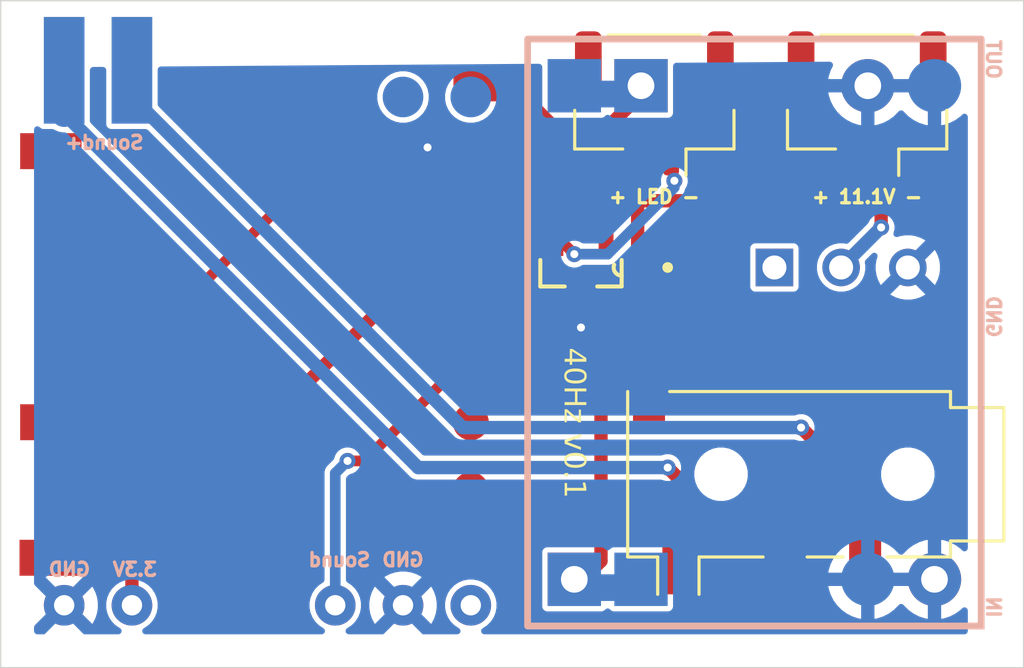
<source format=kicad_pcb>
(kicad_pcb (version 20241229) (generator "pcbnew") (generator_version "9.0")
  (layers (0 "F.Cu" signal) (2 "B.Cu" signal) (13 "F.Paste" user) (15 "B.Paste" user) (5 "F.SilkS" user "F.Silkscreen") (7 "B.SilkS" user "B.Silkscreen") (1 "F.Mask" user) (3 "B.Mask" user) (25 "Edge.Cuts" user))
  (net 0 "")
  (net 7 "5VDC")
  (net 13 "LEDcontrol")
  (net 14 "SoundControl")
  (net 15 "11.1V")
  (net 16 "GND")
  (net 17 "Sound_N")
  (net 18 "3.3V")
  (net 19 "Sound_P")
  (net 20 "LED_GND")
  (net 21 "11.1V_GND")
  (footprint "MINI-SPDT-SW:SW_MINI-SPDT-SW" (layer "F.Cu") (at 181 110)
    (property "Reference" "SW1" (hide yes))
    (property "Value" "SW_SPDT" (hide yes))
    (fp_circle (center -6.5 0) (end -6.4 0) (stroke (width 0.2)) (fill no) (layer "F.SilkS"))
    (pad "1" thru_hole rect (at -2.5 0) (size 1.408 1.408) (drill 0.9) (layers "*.Cu" "*.Mask"))
    (pad "2" thru_hole circle (at 0 0) (size 1.408 1.408) (drill 0.9) (layers "*.Cu" "*.Mask") (net 21 "11.1V_GND"))
    (pad "3" thru_hole circle (at 2.5 0) (size 1.408 1.408) (drill 0.9) (layers "*.Cu" "*.Mask") (net 16 "GND"))
  )
  (footprint "IRLML6344TRPBF:SOT95P240X112-3N" (layer "F.Cu") (at 171.25 110 -90)
    (property "Reference" "Q1" (hide yes))
    (property "Value" "IRLML6344" (hide yes))
    (fp_line (start -0.2794 1.524) (end 0.7112 1.524) (stroke (width 0.1524)) (layer "F.SilkS"))
    (fp_line (start 0.7112 1.524) (end 0.7112 0.6096) (stroke (width 0.1524)) (layer "F.SilkS"))
    (fp_line (start 0.7112 -0.6096) (end 0.7112 -1.524) (stroke (width 0.1524)) (layer "F.SilkS"))
    (fp_line (start 0.3048 -1.524) (end -0.2794 -1.524) (stroke (width 0.1524)) (layer "F.SilkS"))
    (fp_line (start 0.7112 -1.524) (end 0.3048 -1.524) (stroke (width 0.1524)) (layer "F.SilkS"))
    (fp_arc (start 0.3048 -1.524) (mid 0.174323 -1.278521) (end -0.1016 -1.2446) (stroke (width 0.1524)) (layer "F.SilkS"))
    (pad "1" smd rect (at -1.0922 -0.9398 270) (size 1.3208 0.5588) (layers "F.Cu" "F.Mask" "F.Paste") (net 13 "LEDcontrol"))
    (pad "2" smd rect (at -1.0922 0.9398 270) (size 1.3208 0.5588) (layers "F.Cu" "F.Mask" "F.Paste") (net 20 "LED_GND"))
    (pad "3" smd rect (at 1.0922 0 270) (size 1.3208 0.5588) (layers "F.Cu" "F.Mask" "F.Paste") (net 16 "GND"))
  )
  (footprint "ESP32-C3_SUPERMINI_TH:MODULE_ESP32-C3_SUPERMINI_TH" (layer "F.Cu") (at 159.5 113)
    (property "Reference" "U1" (hide yes))
    (property "Value" "ESP32-C3_SUPERMINI_TH" (hide yes))
    (pad "0" smd circle (at 7.62 7.88) (size 1.348 1.348) (layers "F.Cu" "F.Mask" "F.Paste"))
    (pad "1" smd circle (at 7.62 5.34) (size 1.348 1.348) (layers "F.Cu" "F.Mask" "F.Paste"))
    (pad "2" smd circle (at 7.62 2.8) (size 1.348 1.348) (layers "F.Cu" "F.Mask" "F.Paste"))
    (pad "3" smd rect (at 7.62 0.26) (size 2.3 1.348) (drill (offset 0.5 0)) (layers "F.Cu" "F.Mask" "F.Paste") (net 14 "SoundControl"))
    (pad "3.3" smd rect (at 7.62 -4.82) (size 2.3 1.348) (drill (offset 0.5 0)) (layers "F.Cu" "F.Mask" "F.Paste") (net 18 "3.3V"))
    (pad "4" smd circle (at 7.62 -2.28) (size 1.348 1.348) (layers "F.Cu" "F.Mask" "F.Paste"))
    (pad "5" smd circle (at -7.62 -9.9) (size 1.348 1.348) (layers "F.Cu" "F.Mask" "F.Paste"))
    (pad "5V" smd rect (at 7.62 -9.9) (size 2.3 1.348) (drill (offset 0.5 0)) (layers "F.Cu" "F.Mask" "F.Paste") (net 7 "5VDC"))
    (pad "6" smd rect (at -7.62 -7.36) (size 2.3 1.348) (drill (offset -0.5 0)) (layers "F.Cu" "F.Mask" "F.Paste"))
    (pad "7" smd circle (at -7.62 -4.82) (size 1.348 1.348) (layers "F.Cu" "F.Mask" "F.Paste"))
    (pad "8" smd circle (at -7.62 -2.28) (size 1.348 1.348) (layers "F.Cu" "F.Mask" "F.Paste"))
    (pad "9" smd circle (at -7.62 0.26) (size 1.348 1.348) (layers "F.Cu" "F.Mask" "F.Paste"))
    (pad "10" smd rect (at -7.62 2.8) (size 2.3 1.348) (drill (offset -0.5 0)) (layers "F.Cu" "F.Mask" "F.Paste") (net 13 "LEDcontrol"))
    (pad "20" smd circle (at -7.62 5.34) (size 1.348 1.348) (layers "F.Cu" "F.Mask" "F.Paste"))
    (pad "21" smd rect (at -7.62 7.88) (size 2.348 1.348) (drill (offset -0.5 0)) (layers "F.Cu" "F.Mask" "F.Paste"))
    (pad "G" smd rect (at 7.62 -7.36) (size 2.3 1.348) (drill (offset 0.5 0)) (layers "F.Cu" "F.Mask" "F.Paste") (net 16 "GND"))
  )
  (footprint "Connector_Audio:Jack_3.5mm_PJ320D_Horizontal" (layer "F.Cu") (at 178.725 117.75 180)
    (property "Reference" "J5" (hide yes))
    (property "Value" "AudioJack3_Ground" (hide yes))
    (fp_line (start 5.725 3.1) (end 5.725 -3.1) (stroke (width 0.12)) (layer "F.SilkS"))
    (fp_line (start 4.6 -3.1) (end 5.725 -3.1) (stroke (width 0.12)) (layer "F.SilkS"))
    (fp_line (start 4.6 -3.1) (end 4.6 -4.5) (stroke (width 0.12)) (layer "F.SilkS"))
    (fp_line (start 4.15 3.1) (end -6.375 3.1) (stroke (width 0.12)) (layer "F.SilkS"))
    (fp_line (start 3.05 -3.1) (end 3.05 -4.5) (stroke (width 0.12)) (layer "F.SilkS"))
    (fp_line (start 0.65 -3.1) (end 3.05 -3.1) (stroke (width 0.12)) (layer "F.SilkS"))
    (fp_line (start -2.35 -3.1) (end -1 -3.1) (stroke (width 0.12)) (layer "F.SilkS"))
    (fp_line (start -6.375 2.5) (end -6.375 3.1) (stroke (width 0.12)) (layer "F.SilkS"))
    (fp_line (start -6.375 2.5) (end -8.375 2.5) (stroke (width 0.12)) (layer "F.SilkS"))
    (fp_line (start -6.375 -2.5) (end -8.375 -2.5) (stroke (width 0.12)) (layer "F.SilkS"))
    (fp_line (start -6.375 -3.1) (end -4 -3.1) (stroke (width 0.12)) (layer "F.SilkS"))
    (fp_line (start -6.375 -3.1) (end -6.375 -2.5) (stroke (width 0.12)) (layer "F.SilkS"))
    (fp_line (start -8.375 -2.5) (end -8.375 2.5) (stroke (width 0.12)) (layer "F.SilkS"))
    (pad "" np_thru_hole circle (at -4.775 0 180) (size 1.5 1.5) (drill 1.5) (layers "*.Cu" "*.Mask"))
    (pad "" np_thru_hole circle (at 2.225 0 180) (size 1.5 1.5) (drill 1.5) (layers "*.Cu" "*.Mask"))
    (pad "G" smd rect (at 4.925 3.25 180) (size 1.2 2.5) (layers "F.Cu" "F.Mask" "F.Paste"))
    (pad "R" smd rect (at -0.175 -3.25 180) (size 1.2 2.5) (layers "F.Cu" "F.Mask" "F.Paste") (net 19 "Sound_P"))
    (pad "S" smd rect (at -3.175 -3.25 180) (size 1.2 2.5) (layers "F.Cu" "F.Mask" "F.Paste") (net 17 "Sound_N"))
    (pad "T" smd rect (at 3.825 -3.25 180) (size 1.2 2.5) (layers "F.Cu" "F.Mask" "F.Paste") (net 19 "Sound_P"))
  )
  (footprint "Connector_JST:JST_GH_SM02B-GHS-TB_1x02-1MP_P1.25mm_Horizontal" (layer "F.Cu") (at 174 103.85 180)
    (property "Reference" "+ LED -" (at 0 -3.5 0) (layer "F.SilkS") (effects (font (size 0.5 0.5) (thickness 0.125))))
    (property "Value" "LED_Conn" (hide yes))
    (fp_line (start 2.985 -0.26) (end 2.985 -1.71) (stroke (width 0.12)) (layer "F.SilkS"))
    (fp_line (start 2.985 -1.71) (end 1.185 -1.71) (stroke (width 0.12)) (layer "F.SilkS"))
    (fp_line (start -1.185 -1.71) (end -1.185 -2.7) (stroke (width 0.12)) (layer "F.SilkS"))
    (fp_line (start -1.715 2.56) (end 1.715 2.56) (stroke (width 0.12)) (layer "F.SilkS"))
    (fp_line (start -2.985 -0.26) (end -2.985 -1.71) (stroke (width 0.12)) (layer "F.SilkS"))
    (fp_line (start -2.985 -1.71) (end -1.185 -1.71) (stroke (width 0.12)) (layer "F.SilkS"))
    (pad "1" smd roundrect (at -0.625 -1.85 180) (size 0.6 1.7) (layers "F.Cu" "F.Mask" "F.Paste") (net 20 "LED_GND"))
    (pad "2" smd roundrect (at 0.625 -1.85 180) (size 0.6 1.7) (layers "F.Cu" "F.Mask" "F.Paste") (net 15 "11.1V"))
    (pad "MP" smd roundrect (at -2.475 1.35 180) (size 1 2.7) (layers "F.Cu" "F.Mask" "F.Paste"))
    (pad "MP" smd roundrect (at 2.475 1.35 180) (size 1 2.7) (layers "F.Cu" "F.Mask" "F.Paste"))
  )
  (footprint "Connector_JST:JST_GH_SM02B-GHS-TB_1x02-1MP_P1.25mm_Horizontal" (layer "F.Cu") (at 181.975 103.85 180)
    (property "Reference" "+ 11.1V -" (at 0 -3.5 0) (layer "F.SilkS") (effects (font (size 0.5 0.5) (thickness 0.125))))
    (property "Value" "11.1VDC" (hide yes))
    (fp_line (start 2.985 -0.26) (end 2.985 -1.71) (stroke (width 0.12)) (layer "F.SilkS"))
    (fp_line (start 2.985 -1.71) (end 1.185 -1.71) (stroke (width 0.12)) (layer "F.SilkS"))
    (fp_line (start -1.185 -1.71) (end -1.185 -2.7) (stroke (width 0.12)) (layer "F.SilkS"))
    (fp_line (start -1.715 2.56) (end 1.715 2.56) (stroke (width 0.12)) (layer "F.SilkS"))
    (fp_line (start -2.985 -0.26) (end -2.985 -1.71) (stroke (width 0.12)) (layer "F.SilkS"))
    (fp_line (start -2.985 -1.71) (end -1.185 -1.71) (stroke (width 0.12)) (layer "F.SilkS"))
    (pad "1" smd roundrect (at -0.625 -1.85 180) (size 0.6 1.7) (layers "F.Cu" "F.Mask" "F.Paste") (net 21 "11.1V_GND"))
    (pad "2" smd roundrect (at 0.625 -1.85 180) (size 0.6 1.7) (layers "F.Cu" "F.Mask" "F.Paste") (net 15 "11.1V"))
    (pad "MP" smd roundrect (at -2.475 1.35 180) (size 1 2.7) (layers "F.Cu" "F.Mask" "F.Paste"))
    (pad "MP" smd roundrect (at 2.475 1.35 180) (size 1 2.7) (layers "F.Cu" "F.Mask" "F.Paste"))
  )
  (footprint "PCBLIB_MP1584-FOOTPRINT_2025-07-08:MP1584 FOOTPRINT" (layer "B.Cu") (at 169.2499 123.4385 90)
    (property "Reference" "J2" (hide yes))
    (property "Value" "DC2DC" (hide yes))
    (fp_rect (start 0 17) (end 22 0) (stroke (width 0.254)) (fill no) (layer "B.SilkS"))
    (fp_text user "GND" (at 10.7499 17.7501 270) (layer "B.SilkS") (effects (font (size 0.5 0.5) (thickness 0.125)) (justify left top mirror)))
    (fp_text user "IN" (at 0.2499 17.7501 270) (layer "B.SilkS") (effects (font (size 0.5 0.5) (thickness 0.125)) (justify left top mirror)))
    (pad "1" smd oval (at 1.7501 12.75 90) (size 2 2) (layers "B.Cu" "B.Mask" "B.Paste") (net 16 "GND"))
    (pad "1" thru_hole oval (at 1.7501 15.2499 90) (size 2 2) (drill 1) (layers "*.Cu" "*.Mask") (net 16 "GND"))
    (pad "2" thru_hole rect (at 1.7501 1.7501 90) (size 2 2) (drill 1) (layers "*.Cu" "*.Mask") (net 15 "11.1V"))
    (pad "2" smd rect (at 1.7501 4.2499 90) (size 2 2) (layers "B.Cu" "B.Mask" "B.Paste") (net 15 "11.1V"))
    (pad "3" thru_hole oval (at 20.2499 12.75 90) (size 2 2) (drill 1) (layers "*.Cu" "*.Mask") (net 16 "GND"))
    (pad "3" smd oval (at 20.2499 15.2499 90) (size 2 2) (layers "B.Cu" "B.Mask" "B.Paste") (net 16 "GND"))
    (pad "4" smd rect (at 20.2499 1.7501 90) (size 2 2) (layers "B.Cu" "B.Mask" "B.Paste") (net 7 "5VDC"))
    (pad "4" thru_hole rect (at 20.2499 4.2499 90) (size 2 2) (drill 1) (layers "*.Cu" "*.Mask") (net 7 "5VDC"))
  )
  (footprint "pam8403:pam8403" (layer "B.Cu") (at 159.5 112.5 180)
    (property "Reference" "J3" (hide yes))
    (property "Value" "Audio_Amp" (hide yes))
    (pad "1" thru_hole circle (at -7.62 -10.16 180) (size 1.524 1.524) (drill 0.762) (layers "*.Cu" "*.Mask"))
    (pad "2" thru_hole circle (at -5.08 -10.16 180) (size 1.524 1.524) (drill 0.762) (layers "*.Cu" "*.Mask") (net 16 "GND"))
    (pad "3" thru_hole circle (at -2.54 -10.16 180) (size 1.524 1.524) (drill 0.762) (layers "*.Cu" "*.Mask") (net 14 "SoundControl"))
    (pad "4" thru_hole circle (at 5.08 -10.16 180) (size 1.524 1.524) (drill 0.762) (layers "*.Cu" "*.Mask") (net 18 "3.3V"))
    (pad "5" thru_hole circle (at 7.62 -10.16 180) (size 1.524 1.524) (drill 0.762) (layers "*.Cu" "*.Mask") (net 16 "GND"))
    (pad "6" smd rect (at 7.62 8.89 180) (size 1.524 4) (drill (offset 0 1)) (layers "B.Cu" "B.Mask" "B.Paste") (net 19 "Sound_P"))
    (pad "7" smd rect (at 5.08 8.89 180) (size 1.524 4) (drill (offset 0 1)) (layers "B.Cu" "B.Mask" "B.Paste") (net 17 "Sound_N"))
    (pad "8" smd circle (at -5.08 8.89 180) (size 1.524 1.524) (layers "B.Cu" "B.Mask" "B.Paste"))
    (pad "9" smd circle (at -7.62 8.89 180) (size 1.524 1.524) (layers "B.Cu" "B.Mask" "B.Paste"))
  )
  (gr_rect (start 149.5 100) (end 187.84 125) (stroke (width 0.05)) (fill no) (layer "Edge.Cuts"))
  (gr_text "40Hz v0.1" (at 170.5 113 270) (layer "F.SilkS") (effects (font (size 0.8 0.8) (thickness 0.1)) (justify left bottom)))
  (gr_text "GND" (at 152.92 121.61 0) (layer "B.SilkS") (effects (font (size 0.5 0.5) (thickness 0.125) (bold yes)) (justify left bottom mirror)))
  (gr_text "3.3V" (at 155.42 121.61 0) (layer "B.SilkS") (effects (font (size 0.5 0.5) (thickness 0.125) (bold yes)) (justify left bottom mirror)))
  (gr_text "Sound" (at 163.42 121.25 0) (layer "B.SilkS") (effects (font (size 0.5 0.5) (thickness 0.125) (bold yes)) (justify left bottom mirror)))
  (gr_text "OUT" (at 187 103 270) (layer "B.SilkS") (effects (font (size 0.5 0.5) (thickness 0.125)) (justify left top mirror)))
  (gr_text "Sound+" (at 154.92 105.61 0) (layer "B.SilkS") (effects (font (size 0.5 0.5) (thickness 0.125) (bold yes)) (justify left bottom mirror)))
  (gr_text "GND" (at 165.42 121.25 0) (layer "B.SilkS") (effects (font (size 0.5 0.5) (thickness 0.125) (bold yes)) (justify left bottom mirror)))
  (segment (start 172.190768 104.809032) (end 173.4998 103.5) (width 0.5) (layer "F.Cu") (net 7))
  (segment (start 170.309032 104.809032) (end 172.190768 104.809032) (width 0.5) (layer "F.Cu") (net 7))
  (segment (start 168.6 103.1) (end 170.309032 104.809032) (width 0.5) (layer "F.Cu") (net 7))
  (segment (start 167.12 103.1) (end 168.6 103.1) (width 0.5) (layer "F.Cu") (net 7))
  (segment (start 171 103.5) (end 173.4998 103.5) (width 1) (layer "B.Cu") (net 7))
  (segment (start 172.1898 108.9078) (end 170.282 107) (width 0.4) (layer "F.Cu") (net 13))
  (segment (start 160.68 107) (end 151.88 115.8) (width 0.4) (layer "F.Cu") (net 13))
  (segment (start 170.282 107) (end 160.68 107) (width 0.4) (layer "F.Cu") (net 13))
  (segment (start 162.5 117.25) (end 163.13 117.25) (width 0.4) (layer "F.Cu") (net 14))
  (segment (start 163.13 117.25) (end 167.12 113.26) (width 0.4) (layer "F.Cu") (net 14))
  (via (at 162.5 117.25) (size 0.6) (drill 0.3) (layers "F.Cu" "B.Cu") (net 14))
  (segment (start 162.04 117.71) (end 162.5 117.25) (width 0.4) (layer "B.Cu") (net 14))
  (segment (start 162.04 122.66) (end 162.04 117.71) (width 0.4) (layer "B.Cu") (net 14))
  (segment (start 181.35 105.7) (end 179.55 107.5) (width 0.5) (layer "F.Cu") (net 15))
  (segment (start 173.375 105.35) (end 173.375 107.5) (width 0.5) (layer "F.Cu") (net 15))
  (segment (start 173.375 107.5) (end 173.375 111.125) (width 0.5) (layer "F.Cu") (net 15))
  (segment (start 172 112.5) (end 172 120.9998) (width 0.5) (layer "F.Cu") (net 15))
  (segment (start 173.375 105.591968) (end 173.375 105.35) (width 0.2) (layer "F.Cu") (net 15))
  (segment (start 172 120.9998) (end 171 121.9998) (width 0.5) (layer "F.Cu") (net 15))
  (segment (start 173.375 111.125) (end 172 112.5) (width 0.5) (layer "F.Cu") (net 15))
  (segment (start 179.55 107.5) (end 173.375 107.5) (width 0.5) (layer "F.Cu") (net 15))
  (segment (start 172.5 121.9998) (end 171 121.9998) (width 1) (layer "B.Cu") (net 15))
  (segment (start 173.4998 121.9998) (end 172.5 121.9998) (width 0.2) (layer "B.Cu") (net 15))
  (segment (start 166.98 105.5) (end 165.5 105.5) (width 0.2) (layer "F.Cu") (net 16))
  (segment (start 171.25 111.0922) (end 171.25 112.25) (width 0.2) (layer "F.Cu") (net 16))
  (via (at 171.25 112.25) (size 0.6) (drill 0.3) (layers "F.Cu" "B.Cu") (net 16))
  (via (at 165.5 105.5) (size 0.6) (drill 0.3) (layers "F.Cu" "B.Cu") (net 16))
  (segment (start 181.9 118.4) (end 179.5 116) (width 0.5) (layer "F.Cu") (net 17))
  (segment (start 181.9 121) (end 181.9 118.4) (width 0.5) (layer "F.Cu") (net 17))
  (via (at 179.5 116) (size 0.6) (drill 0.3) (layers "F.Cu" "B.Cu") (net 17))
  (segment (start 179.5 116) (end 166.81 116) (width 0.5) (layer "B.Cu") (net 17))
  (segment (start 166.81 116) (end 154.42 103.61) (width 0.5) (layer "B.Cu") (net 17))
  (segment (start 167.12 108.18) (end 154.42 120.88) (width 0.5) (layer "F.Cu") (net 18))
  (segment (start 154.42 120.88) (end 154.42 122.66) (width 0.5) (layer "F.Cu") (net 18))
  (segment (start 174.9 121) (end 178.9 121) (width 1) (layer "F.Cu") (net 19))
  (segment (start 174.9 121) (end 174.9 117.9) (width 0.5) (layer "F.Cu") (net 19))
  (segment (start 174.9 117.9) (end 174.5 117.5) (width 0.5) (layer "F.Cu") (net 19))
  (via (at 174.5 117.5) (size 0.6) (drill 0.3) (layers "F.Cu" "B.Cu") (net 19))
  (segment (start 165.146 117.5) (end 151.88 104.234) (width 0.5) (layer "B.Cu") (net 19))
  (segment (start 151.88 104.234) (end 151.88 103.61) (width 1) (layer "B.Cu") (net 19))
  (segment (start 174.5 117.5) (end 165.146 117.5) (width 0.5) (layer "B.Cu") (net 19))
  (segment (start 170.3102 108.9078) (end 170.4078 108.9078) (width 0.2) (layer "F.Cu") (net 20))
  (segment (start 170.4078 108.9078) (end 171 109.5) (width 0.4) (layer "F.Cu") (net 20))
  (segment (start 174.75 105.825) (end 174.625 105.7) (width 0.2) (layer "F.Cu") (net 20))
  (segment (start 174.75 106.75) (end 174.75 105.825) (width 0.2) (layer "F.Cu") (net 20))
  (via (at 174.75 106.75) (size 0.6) (drill 0.3) (layers "F.Cu" "B.Cu") (net 20))
  (via (at 171 109.5) (size 0.6) (drill 0.3) (layers "F.Cu" "B.Cu") (net 20))
  (segment (start 172.25 109.5) (end 174.75 107) (width 0.4) (layer "B.Cu") (net 20))
  (segment (start 174.75 107) (end 174.75 106.75) (width 0.2) (layer "B.Cu") (net 20))
  (segment (start 171 109.5) (end 172.25 109.5) (width 0.4) (layer "B.Cu") (net 20))
  (segment (start 182.5 105.8) (end 182.6 105.7) (width 0.5) (layer "F.Cu") (net 21))
  (segment (start 182.5 108.5) (end 182.5 105.8) (width 0.5) (layer "F.Cu") (net 21))
  (via (at 182.5 108.5) (size 0.6) (drill 0.3) (layers "F.Cu" "B.Cu") (net 21))
  (segment (start 181 110) (end 182.5 108.5) (width 0.5) (layer "B.Cu") (net 21))
  (zone (net 16) (net_name "GND") (layer "B.Cu") (connect_pads (clearance 0)) (min_thickness 0.25) (fill yes (thermal_gap 0.5) (thermal_bridge_width 0.5))
    (polygon (pts (xy 185.75 102.25) (xy 150.75 102.5) (xy 150.75 123.75) (xy 185.75 123.75)))
  )
)
</source>
